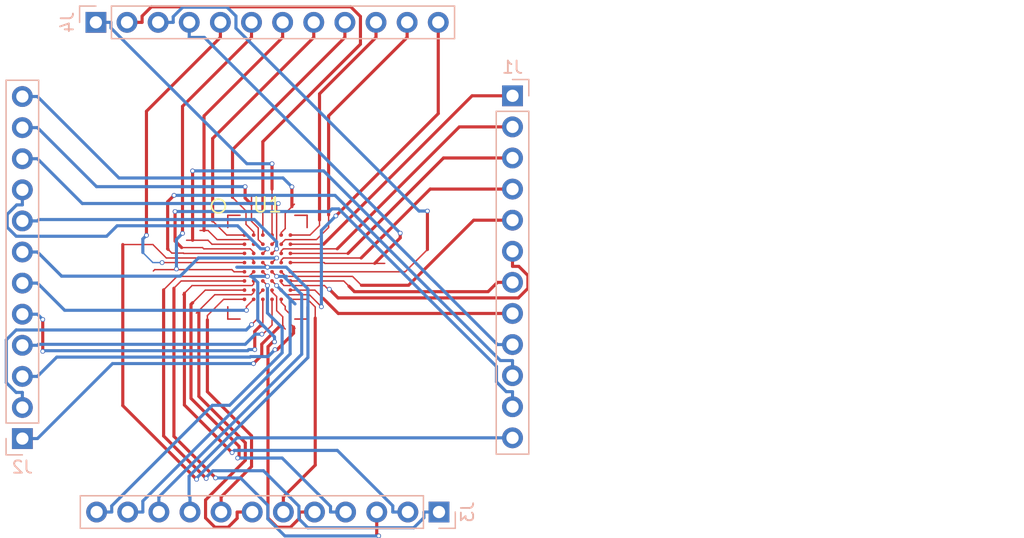
<source format=kicad_pcb>
(kicad_pcb (version 4) (host pcbnew 4.0.7)

  (general
    (links 48)
    (no_connects 0)
    (area 75.198381 54.701 124.80162 145.399)
    (thickness 1.6)
    (drawings 0)
    (tracks 468)
    (zones 0)
    (modules 5)
    (nets 49)
  )

  (page USLetter)
  (title_block
    (title "PSRAM Test")
    (rev 0)
    (comment 1 "BGA Solderability Test")
    (comment 2 "Also a breakout board")
  )

  (layers
    (0 F.Cu mixed)
    (31 B.Cu mixed)
    (32 B.Adhes user)
    (33 F.Adhes user)
    (34 B.Paste user)
    (35 F.Paste user)
    (36 B.SilkS user)
    (37 F.SilkS user)
    (38 B.Mask user)
    (39 F.Mask user)
    (40 Dwgs.User user)
    (41 Cmts.User user)
    (42 Eco1.User user)
    (43 Eco2.User user)
    (44 Edge.Cuts user)
    (45 Margin user)
    (46 B.CrtYd user)
    (47 F.CrtYd user)
    (48 B.Fab user hide)
    (49 F.Fab user hide)
  )

  (setup
    (last_trace_width 0.254)
    (trace_clearance 0.254)
    (zone_clearance 0.508)
    (zone_45_only yes)
    (trace_min 0.1)
    (segment_width 0.2)
    (edge_width 0.15)
    (via_size 0.381)
    (via_drill 0.254)
    (via_min_size 0.381)
    (via_min_drill 0.254)
    (uvia_size 0.3)
    (uvia_drill 0.1)
    (uvias_allowed no)
    (uvia_min_size 0.2)
    (uvia_min_drill 0.1)
    (pcb_text_width 0.3)
    (pcb_text_size 1.5 1.5)
    (mod_edge_width 0.15)
    (mod_text_size 1 1)
    (mod_text_width 0.15)
    (pad_size 1.524 1.524)
    (pad_drill 0.762)
    (pad_to_mask_clearance 0)
    (aux_axis_origin 0 0)
    (visible_elements FFFFFF7F)
    (pcbplotparams
      (layerselection 0x00030_80000001)
      (usegerberextensions false)
      (excludeedgelayer true)
      (linewidth 0.100000)
      (plotframeref false)
      (viasonmask false)
      (mode 1)
      (useauxorigin false)
      (hpglpennumber 1)
      (hpglpenspeed 20)
      (hpglpendiameter 15)
      (hpglpenoverlay 2)
      (psnegative false)
      (psa4output false)
      (plotreference true)
      (plotvalue true)
      (plotinvisibletext false)
      (padsonsilk false)
      (subtractmaskfromsilk false)
      (outputformat 1)
      (mirror false)
      (drillshape 1)
      (scaleselection 1)
      (outputdirectory ""))
  )

  (net 0 "")
  (net 1 /LB#)
  (net 2 /DQ8)
  (net 3 /DQ9)
  (net 4 /VSSQ)
  (net 5 /VDDQ)
  (net 6 /DQ14)
  (net 7 /DQ15)
  (net 8 /A18)
  (net 9 /OE#)
  (net 10 /UB#)
  (net 11 /DQ10)
  (net 12 /DQ11)
  (net 13 /DQ12)
  (net 14 /DQ13)
  (net 15 /A19)
  (net 16 /A8)
  (net 17 /A0)
  (net 18 /A3)
  (net 19 /A5)
  (net 20 /A17)
  (net 21 /A21)
  (net 22 /A14)
  (net 23 /A12)
  (net 24 /A9)
  (net 25 /A1)
  (net 26 /A4)
  (net 27 /A6)
  (net 28 /A7)
  (net 29 /A16)
  (net 30 /A15)
  (net 31 /A13)
  (net 32 /A10)
  (net 33 /A2)
  (net 34 /CE#)
  (net 35 /DQ1)
  (net 36 /DQ3)
  (net 37 /DQ4)
  (net 38 /DQ5)
  (net 39 /WE#)
  (net 40 /A11)
  (net 41 /ZZ#)
  (net 42 /DQ0)
  (net 43 /DQ2)
  (net 44 /VDD)
  (net 45 /VSS)
  (net 46 /DQ6)
  (net 47 /DQ7)
  (net 48 /A20)

  (net_class Default "This is the default net class."
    (clearance 0.254)
    (trace_width 0.254)
    (via_dia 0.381)
    (via_drill 0.254)
    (uvia_dia 0.3)
    (uvia_drill 0.1)
    (add_net /A0)
    (add_net /A1)
    (add_net /A10)
    (add_net /A11)
    (add_net /A12)
    (add_net /A13)
    (add_net /A14)
    (add_net /A15)
    (add_net /A16)
    (add_net /A17)
    (add_net /A18)
    (add_net /A19)
    (add_net /A2)
    (add_net /A20)
    (add_net /A21)
    (add_net /A3)
    (add_net /A4)
    (add_net /A5)
    (add_net /A6)
    (add_net /A7)
    (add_net /A8)
    (add_net /A9)
    (add_net /CE#)
    (add_net /DQ0)
    (add_net /DQ1)
    (add_net /DQ10)
    (add_net /DQ11)
    (add_net /DQ12)
    (add_net /DQ13)
    (add_net /DQ14)
    (add_net /DQ15)
    (add_net /DQ2)
    (add_net /DQ3)
    (add_net /DQ4)
    (add_net /DQ5)
    (add_net /DQ6)
    (add_net /DQ7)
    (add_net /DQ8)
    (add_net /DQ9)
    (add_net /LB#)
    (add_net /OE#)
    (add_net /UB#)
    (add_net /VDD)
    (add_net /VDDQ)
    (add_net /VSS)
    (add_net /VSSQ)
    (add_net /WE#)
    (add_net /ZZ#)
  )

  (net_class 4.5/4.5 ""
    (clearance 0.1143)
    (trace_width 0.1143)
    (via_dia 0.381)
    (via_drill 0.254)
    (uvia_dia 0.3)
    (uvia_drill 0.1)
  )

  (net_class 5/5 ""
    (clearance 0.127)
    (trace_width 0.127)
    (via_dia 0.381)
    (via_drill 0.254)
    (uvia_dia 0.3)
    (uvia_drill 0.1)
  )

  (net_class 6/6 ""
    (clearance 0.1524)
    (trace_width 0.1524)
    (via_dia 0.381)
    (via_drill 0.254)
    (uvia_dia 0.3)
    (uvia_drill 0.1)
  )

  (module Customs:TFBGA-48 (layer F.Cu) (tedit 5A1C4695) (tstamp 5A1EDEDA)
    (at 100 100)
    (path /5A1C49CA)
    (fp_text reference U1 (at 0 -5.08) (layer F.SilkS)
      (effects (font (size 1.2 1.2) (thickness 0.15)))
    )
    (fp_text value IS66WVE4M16EBLL-70BLI (at 0 5.08) (layer F.Fab)
      (effects (font (size 1.2 1.2) (thickness 0.15)))
    )
    (fp_text user "Ensure copper registration marks are visible" (at 44.55 -2.15) (layer Cmts.User)
      (effects (font (size 1 1) (thickness 0.15)))
    )
    (fp_circle (center -4 -5) (end -4.4 -5.4) (layer F.SilkS) (width 0.15))
    (fp_line (start -3.2375 -4.2375) (end -3.2375 -3.2375) (layer F.Cu) (width 0.125))
    (fp_line (start -3.2375 -4.2375) (end -2.2375 -4.2375) (layer F.Cu) (width 0.125))
    (fp_line (start -3 -4) (end 3 -4) (layer F.CrtYd) (width 0.05))
    (fp_line (start 3 -4) (end 3 4) (layer F.CrtYd) (width 0.05))
    (fp_line (start 3 4) (end -3 4) (layer F.CrtYd) (width 0.05))
    (fp_line (start -3 4) (end -3 -4) (layer F.CrtYd) (width 0.05))
    (fp_line (start 2.2375 -4.2375) (end 3.2375 -4.2375) (layer F.Cu) (width 0.125))
    (fp_line (start 3.2375 -4.2375) (end 3.2375 -3.2375) (layer F.Cu) (width 0.125))
    (fp_line (start 2.2375 4.2375) (end 3.2375 4.2375) (layer F.Cu) (width 0.125))
    (fp_line (start -3.2375 3.2375) (end -3.2375 4.2375) (layer F.Cu) (width 0.125))
    (fp_line (start 3.2375 3.2375) (end 3.2375 4.2375) (layer F.Cu) (width 0.125))
    (fp_line (start -2.2375 4.2375) (end -3.2375 4.2375) (layer F.Cu) (width 0.125))
    (pad A1 smd circle (at -1.875 -2.625) (size 0.3 0.3) (layers F.Cu F.Paste F.Mask)
      (net 1 /LB#))
    (pad B1 smd circle (at -1.875 -1.875) (size 0.3 0.3) (layers F.Cu F.Paste F.Mask)
      (net 2 /DQ8))
    (pad C1 smd circle (at -1.875 -1.125) (size 0.3 0.3) (layers F.Cu F.Paste F.Mask)
      (net 3 /DQ9))
    (pad D1 smd circle (at -1.875 -0.375) (size 0.3 0.3) (layers F.Cu F.Paste F.Mask)
      (net 4 /VSSQ))
    (pad E1 smd circle (at -1.875 0.375) (size 0.3 0.3) (layers F.Cu F.Paste F.Mask)
      (net 5 /VDDQ))
    (pad F1 smd circle (at -1.875 1.125) (size 0.3 0.3) (layers F.Cu F.Paste F.Mask)
      (net 6 /DQ14))
    (pad G1 smd circle (at -1.875 1.875) (size 0.3 0.3) (layers F.Cu F.Paste F.Mask)
      (net 7 /DQ15))
    (pad H1 smd circle (at -1.875 2.625) (size 0.3 0.3) (layers F.Cu F.Paste F.Mask)
      (net 8 /A18))
    (pad A2 smd circle (at -1.125 -2.625) (size 0.3 0.3) (layers F.Cu F.Paste F.Mask)
      (net 9 /OE#))
    (pad B2 smd circle (at -1.125 -1.875) (size 0.3 0.3) (layers F.Cu F.Paste F.Mask)
      (net 10 /UB#))
    (pad C2 smd circle (at -1.125 -1.125) (size 0.3 0.3) (layers F.Cu F.Paste F.Mask)
      (net 11 /DQ10))
    (pad D2 smd circle (at -1.125 -0.375) (size 0.3 0.3) (layers F.Cu F.Paste F.Mask)
      (net 12 /DQ11))
    (pad E2 smd circle (at -1.125 0.375) (size 0.3 0.3) (layers F.Cu F.Paste F.Mask)
      (net 13 /DQ12))
    (pad F2 smd circle (at -1.125 1.125) (size 0.3 0.3) (layers F.Cu F.Paste F.Mask)
      (net 14 /DQ13))
    (pad G2 smd circle (at -1.125 1.875) (size 0.3 0.3) (layers F.Cu F.Paste F.Mask)
      (net 15 /A19))
    (pad H2 smd circle (at -1.125 2.625) (size 0.3 0.3) (layers F.Cu F.Paste F.Mask)
      (net 16 /A8))
    (pad A3 smd circle (at -0.375 -2.625) (size 0.3 0.3) (layers F.Cu F.Paste F.Mask)
      (net 17 /A0))
    (pad B3 smd circle (at -0.375 -1.875) (size 0.3 0.3) (layers F.Cu F.Paste F.Mask)
      (net 18 /A3))
    (pad C3 smd circle (at -0.375 -1.125) (size 0.3 0.3) (layers F.Cu F.Paste F.Mask)
      (net 19 /A5))
    (pad D3 smd circle (at -0.375 -0.375) (size 0.3 0.3) (layers F.Cu F.Paste F.Mask)
      (net 20 /A17))
    (pad E3 smd circle (at -0.375 0.375) (size 0.3 0.3) (layers F.Cu F.Paste F.Mask)
      (net 21 /A21))
    (pad F3 smd circle (at -0.375 1.125) (size 0.3 0.3) (layers F.Cu F.Paste F.Mask)
      (net 22 /A14))
    (pad G3 smd circle (at -0.375 1.875) (size 0.3 0.3) (layers F.Cu F.Paste F.Mask)
      (net 23 /A12))
    (pad H3 smd circle (at -0.375 2.625) (size 0.3 0.3) (layers F.Cu F.Paste F.Mask)
      (net 24 /A9))
    (pad A4 smd circle (at 0.375 -2.625) (size 0.3 0.3) (layers F.Cu F.Paste F.Mask)
      (net 25 /A1))
    (pad B4 smd circle (at 0.375 -1.875) (size 0.3 0.3) (layers F.Cu F.Paste F.Mask)
      (net 26 /A4))
    (pad C4 smd circle (at 0.375 -1.125) (size 0.3 0.3) (layers F.Cu F.Paste F.Mask)
      (net 27 /A6))
    (pad D4 smd circle (at 0.375 -0.375) (size 0.3 0.3) (layers F.Cu F.Paste F.Mask)
      (net 28 /A7))
    (pad E4 smd circle (at 0.375 0.375) (size 0.3 0.3) (layers F.Cu F.Paste F.Mask)
      (net 29 /A16))
    (pad F4 smd circle (at 0.375 1.125) (size 0.3 0.3) (layers F.Cu F.Paste F.Mask)
      (net 30 /A15))
    (pad G4 smd circle (at 0.375 1.875) (size 0.3 0.3) (layers F.Cu F.Paste F.Mask)
      (net 31 /A13))
    (pad H4 smd circle (at 0.375 2.625) (size 0.3 0.3) (layers F.Cu F.Paste F.Mask)
      (net 32 /A10))
    (pad A5 smd circle (at 1.125 -2.625) (size 0.3 0.3) (layers F.Cu F.Paste F.Mask)
      (net 33 /A2))
    (pad B5 smd circle (at 1.125 -1.875) (size 0.3 0.3) (layers F.Cu F.Paste F.Mask)
      (net 34 /CE#))
    (pad C5 smd circle (at 1.125 -1.125) (size 0.3 0.3) (layers F.Cu F.Paste F.Mask)
      (net 35 /DQ1))
    (pad D5 smd circle (at 1.125 -0.375) (size 0.3 0.3) (layers F.Cu F.Paste F.Mask)
      (net 36 /DQ3))
    (pad E5 smd circle (at 1.125 0.375) (size 0.3 0.3) (layers F.Cu F.Paste F.Mask)
      (net 37 /DQ4))
    (pad F5 smd circle (at 1.125 1.125) (size 0.3 0.3) (layers F.Cu F.Paste F.Mask)
      (net 38 /DQ5))
    (pad G5 smd circle (at 1.125 1.875) (size 0.3 0.3) (layers F.Cu F.Paste F.Mask)
      (net 39 /WE#))
    (pad H5 smd circle (at 1.125 2.625) (size 0.3 0.3) (layers F.Cu F.Paste F.Mask)
      (net 40 /A11))
    (pad A6 smd circle (at 1.875 -2.625) (size 0.3 0.3) (layers F.Cu F.Paste F.Mask)
      (net 41 /ZZ#))
    (pad B6 smd circle (at 1.875 -1.875) (size 0.3 0.3) (layers F.Cu F.Paste F.Mask)
      (net 42 /DQ0))
    (pad C6 smd circle (at 1.875 -1.125) (size 0.3 0.3) (layers F.Cu F.Paste F.Mask)
      (net 43 /DQ2))
    (pad D6 smd circle (at 1.875 -0.375) (size 0.3 0.3) (layers F.Cu F.Paste F.Mask)
      (net 44 /VDD))
    (pad E6 smd circle (at 1.875 0.375) (size 0.3 0.3) (layers F.Cu F.Paste F.Mask)
      (net 45 /VSS))
    (pad F6 smd circle (at 1.875 1.125) (size 0.3 0.3) (layers F.Cu F.Paste F.Mask)
      (net 46 /DQ6))
    (pad G6 smd circle (at 1.875 1.875) (size 0.3 0.3) (layers F.Cu F.Paste F.Mask)
      (net 47 /DQ7))
    (pad H6 smd circle (at 1.875 2.625) (size 0.3 0.3) (layers F.Cu F.Paste F.Mask)
      (net 48 /A20))
  )

  (module Pin_Headers:Pin_Header_Straight_1x12_Pitch2.54mm (layer B.Cu) (tedit 59650532) (tstamp 5A1EF2DD)
    (at 120 86 180)
    (descr "Through hole straight pin header, 1x12, 2.54mm pitch, single row")
    (tags "Through hole pin header THT 1x12 2.54mm single row")
    (path /5A1EF19B)
    (fp_text reference J1 (at 0 2.33 180) (layer B.SilkS)
      (effects (font (size 1 1) (thickness 0.15)) (justify mirror))
    )
    (fp_text value Conn_01x12 (at 0 -30.27 180) (layer B.Fab)
      (effects (font (size 1 1) (thickness 0.15)) (justify mirror))
    )
    (fp_line (start -0.635 1.27) (end 1.27 1.27) (layer B.Fab) (width 0.1))
    (fp_line (start 1.27 1.27) (end 1.27 -29.21) (layer B.Fab) (width 0.1))
    (fp_line (start 1.27 -29.21) (end -1.27 -29.21) (layer B.Fab) (width 0.1))
    (fp_line (start -1.27 -29.21) (end -1.27 0.635) (layer B.Fab) (width 0.1))
    (fp_line (start -1.27 0.635) (end -0.635 1.27) (layer B.Fab) (width 0.1))
    (fp_line (start -1.33 -29.27) (end 1.33 -29.27) (layer B.SilkS) (width 0.12))
    (fp_line (start -1.33 -1.27) (end -1.33 -29.27) (layer B.SilkS) (width 0.12))
    (fp_line (start 1.33 -1.27) (end 1.33 -29.27) (layer B.SilkS) (width 0.12))
    (fp_line (start -1.33 -1.27) (end 1.33 -1.27) (layer B.SilkS) (width 0.12))
    (fp_line (start -1.33 0) (end -1.33 1.33) (layer B.SilkS) (width 0.12))
    (fp_line (start -1.33 1.33) (end 0 1.33) (layer B.SilkS) (width 0.12))
    (fp_line (start -1.8 1.8) (end -1.8 -29.75) (layer B.CrtYd) (width 0.05))
    (fp_line (start -1.8 -29.75) (end 1.8 -29.75) (layer B.CrtYd) (width 0.05))
    (fp_line (start 1.8 -29.75) (end 1.8 1.8) (layer B.CrtYd) (width 0.05))
    (fp_line (start 1.8 1.8) (end -1.8 1.8) (layer B.CrtYd) (width 0.05))
    (fp_text user %R (at 0 -13.97 450) (layer B.Fab)
      (effects (font (size 1 1) (thickness 0.15)) (justify mirror))
    )
    (pad 1 thru_hole rect (at 0 0 180) (size 1.7 1.7) (drill 1) (layers *.Cu *.Mask)
      (net 42 /DQ0))
    (pad 2 thru_hole oval (at 0 -2.54 180) (size 1.7 1.7) (drill 1) (layers *.Cu *.Mask)
      (net 35 /DQ1))
    (pad 3 thru_hole oval (at 0 -5.08 180) (size 1.7 1.7) (drill 1) (layers *.Cu *.Mask)
      (net 43 /DQ2))
    (pad 4 thru_hole oval (at 0 -7.62 180) (size 1.7 1.7) (drill 1) (layers *.Cu *.Mask)
      (net 36 /DQ3))
    (pad 5 thru_hole oval (at 0 -10.16 180) (size 1.7 1.7) (drill 1) (layers *.Cu *.Mask)
      (net 37 /DQ4))
    (pad 6 thru_hole oval (at 0 -12.7 180) (size 1.7 1.7) (drill 1) (layers *.Cu *.Mask)
      (net 38 /DQ5))
    (pad 7 thru_hole oval (at 0 -15.24 180) (size 1.7 1.7) (drill 1) (layers *.Cu *.Mask)
      (net 46 /DQ6))
    (pad 8 thru_hole oval (at 0 -17.78 180) (size 1.7 1.7) (drill 1) (layers *.Cu *.Mask)
      (net 47 /DQ7))
    (pad 9 thru_hole oval (at 0 -20.32 180) (size 1.7 1.7) (drill 1) (layers *.Cu *.Mask)
      (net 2 /DQ8))
    (pad 10 thru_hole oval (at 0 -22.86 180) (size 1.7 1.7) (drill 1) (layers *.Cu *.Mask)
      (net 3 /DQ9))
    (pad 11 thru_hole oval (at 0 -25.4 180) (size 1.7 1.7) (drill 1) (layers *.Cu *.Mask)
      (net 11 /DQ10))
    (pad 12 thru_hole oval (at 0 -27.94 180) (size 1.7 1.7) (drill 1) (layers *.Cu *.Mask)
      (net 12 /DQ11))
    (model ${KISYS3DMOD}/Pin_Headers.3dshapes/Pin_Header_Straight_1x12_Pitch2.54mm.wrl
      (at (xyz 0 0 0))
      (scale (xyz 1 1 1))
      (rotate (xyz 0 0 0))
    )
  )

  (module Pin_Headers:Pin_Header_Straight_1x12_Pitch2.54mm (layer B.Cu) (tedit 59650532) (tstamp 5A1EF2FD)
    (at 80 114)
    (descr "Through hole straight pin header, 1x12, 2.54mm pitch, single row")
    (tags "Through hole pin header THT 1x12 2.54mm single row")
    (path /5A1EF20F)
    (fp_text reference J2 (at 0 2.33) (layer B.SilkS)
      (effects (font (size 1 1) (thickness 0.15)) (justify mirror))
    )
    (fp_text value Conn_01x12 (at 0 -30.27) (layer B.Fab)
      (effects (font (size 1 1) (thickness 0.15)) (justify mirror))
    )
    (fp_line (start -0.635 1.27) (end 1.27 1.27) (layer B.Fab) (width 0.1))
    (fp_line (start 1.27 1.27) (end 1.27 -29.21) (layer B.Fab) (width 0.1))
    (fp_line (start 1.27 -29.21) (end -1.27 -29.21) (layer B.Fab) (width 0.1))
    (fp_line (start -1.27 -29.21) (end -1.27 0.635) (layer B.Fab) (width 0.1))
    (fp_line (start -1.27 0.635) (end -0.635 1.27) (layer B.Fab) (width 0.1))
    (fp_line (start -1.33 -29.27) (end 1.33 -29.27) (layer B.SilkS) (width 0.12))
    (fp_line (start -1.33 -1.27) (end -1.33 -29.27) (layer B.SilkS) (width 0.12))
    (fp_line (start 1.33 -1.27) (end 1.33 -29.27) (layer B.SilkS) (width 0.12))
    (fp_line (start -1.33 -1.27) (end 1.33 -1.27) (layer B.SilkS) (width 0.12))
    (fp_line (start -1.33 0) (end -1.33 1.33) (layer B.SilkS) (width 0.12))
    (fp_line (start -1.33 1.33) (end 0 1.33) (layer B.SilkS) (width 0.12))
    (fp_line (start -1.8 1.8) (end -1.8 -29.75) (layer B.CrtYd) (width 0.05))
    (fp_line (start -1.8 -29.75) (end 1.8 -29.75) (layer B.CrtYd) (width 0.05))
    (fp_line (start 1.8 -29.75) (end 1.8 1.8) (layer B.CrtYd) (width 0.05))
    (fp_line (start 1.8 1.8) (end -1.8 1.8) (layer B.CrtYd) (width 0.05))
    (fp_text user %R (at 0 -13.97 270) (layer B.Fab)
      (effects (font (size 1 1) (thickness 0.15)) (justify mirror))
    )
    (pad 1 thru_hole rect (at 0 0) (size 1.7 1.7) (drill 1) (layers *.Cu *.Mask)
      (net 31 /A13))
    (pad 2 thru_hole oval (at 0 -2.54) (size 1.7 1.7) (drill 1) (layers *.Cu *.Mask)
      (net 23 /A12))
    (pad 3 thru_hole oval (at 0 -5.08) (size 1.7 1.7) (drill 1) (layers *.Cu *.Mask)
      (net 40 /A11))
    (pad 4 thru_hole oval (at 0 -7.62) (size 1.7 1.7) (drill 1) (layers *.Cu *.Mask)
      (net 32 /A10))
    (pad 5 thru_hole oval (at 0 -10.16) (size 1.7 1.7) (drill 1) (layers *.Cu *.Mask)
      (net 24 /A9))
    (pad 6 thru_hole oval (at 0 -12.7) (size 1.7 1.7) (drill 1) (layers *.Cu *.Mask)
      (net 16 /A8))
    (pad 7 thru_hole oval (at 0 -15.24) (size 1.7 1.7) (drill 1) (layers *.Cu *.Mask)
      (net 28 /A7))
    (pad 8 thru_hole oval (at 0 -17.78) (size 1.7 1.7) (drill 1) (layers *.Cu *.Mask)
      (net 27 /A6))
    (pad 9 thru_hole oval (at 0 -20.32) (size 1.7 1.7) (drill 1) (layers *.Cu *.Mask)
      (net 19 /A5))
    (pad 10 thru_hole oval (at 0 -22.86) (size 1.7 1.7) (drill 1) (layers *.Cu *.Mask)
      (net 26 /A4))
    (pad 11 thru_hole oval (at 0 -25.4) (size 1.7 1.7) (drill 1) (layers *.Cu *.Mask)
      (net 18 /A3))
    (pad 12 thru_hole oval (at 0 -27.94) (size 1.7 1.7) (drill 1) (layers *.Cu *.Mask)
      (net 33 /A2))
    (model ${KISYS3DMOD}/Pin_Headers.3dshapes/Pin_Header_Straight_1x12_Pitch2.54mm.wrl
      (at (xyz 0 0 0))
      (scale (xyz 1 1 1))
      (rotate (xyz 0 0 0))
    )
  )

  (module Pin_Headers:Pin_Header_Straight_1x12_Pitch2.54mm (layer B.Cu) (tedit 59650532) (tstamp 5A1EF31D)
    (at 114 120 90)
    (descr "Through hole straight pin header, 1x12, 2.54mm pitch, single row")
    (tags "Through hole pin header THT 1x12 2.54mm single row")
    (path /5A1EF280)
    (fp_text reference J3 (at 0 2.33 90) (layer B.SilkS)
      (effects (font (size 1 1) (thickness 0.15)) (justify mirror))
    )
    (fp_text value Conn_01x12 (at 0 -30.27 90) (layer B.Fab)
      (effects (font (size 1 1) (thickness 0.15)) (justify mirror))
    )
    (fp_line (start -0.635 1.27) (end 1.27 1.27) (layer B.Fab) (width 0.1))
    (fp_line (start 1.27 1.27) (end 1.27 -29.21) (layer B.Fab) (width 0.1))
    (fp_line (start 1.27 -29.21) (end -1.27 -29.21) (layer B.Fab) (width 0.1))
    (fp_line (start -1.27 -29.21) (end -1.27 0.635) (layer B.Fab) (width 0.1))
    (fp_line (start -1.27 0.635) (end -0.635 1.27) (layer B.Fab) (width 0.1))
    (fp_line (start -1.33 -29.27) (end 1.33 -29.27) (layer B.SilkS) (width 0.12))
    (fp_line (start -1.33 -1.27) (end -1.33 -29.27) (layer B.SilkS) (width 0.12))
    (fp_line (start 1.33 -1.27) (end 1.33 -29.27) (layer B.SilkS) (width 0.12))
    (fp_line (start -1.33 -1.27) (end 1.33 -1.27) (layer B.SilkS) (width 0.12))
    (fp_line (start -1.33 0) (end -1.33 1.33) (layer B.SilkS) (width 0.12))
    (fp_line (start -1.33 1.33) (end 0 1.33) (layer B.SilkS) (width 0.12))
    (fp_line (start -1.8 1.8) (end -1.8 -29.75) (layer B.CrtYd) (width 0.05))
    (fp_line (start -1.8 -29.75) (end 1.8 -29.75) (layer B.CrtYd) (width 0.05))
    (fp_line (start 1.8 -29.75) (end 1.8 1.8) (layer B.CrtYd) (width 0.05))
    (fp_line (start 1.8 1.8) (end -1.8 1.8) (layer B.CrtYd) (width 0.05))
    (fp_text user %R (at 0 -7.65 360) (layer B.Fab)
      (effects (font (size 1 1) (thickness 0.15)) (justify mirror))
    )
    (pad 1 thru_hole rect (at 0 0 90) (size 1.7 1.7) (drill 1) (layers *.Cu *.Mask)
      (net 13 /DQ12))
    (pad 2 thru_hole oval (at 0 -2.54 90) (size 1.7 1.7) (drill 1) (layers *.Cu *.Mask)
      (net 14 /DQ13))
    (pad 3 thru_hole oval (at 0 -5.08 90) (size 1.7 1.7) (drill 1) (layers *.Cu *.Mask)
      (net 6 /DQ14))
    (pad 4 thru_hole oval (at 0 -7.62 90) (size 1.7 1.7) (drill 1) (layers *.Cu *.Mask)
      (net 7 /DQ15))
    (pad 5 thru_hole oval (at 0 -10.16 90) (size 1.7 1.7) (drill 1) (layers *.Cu *.Mask)
      (net 21 /A21))
    (pad 6 thru_hole oval (at 0 -12.7 90) (size 1.7 1.7) (drill 1) (layers *.Cu *.Mask)
      (net 48 /A20))
    (pad 7 thru_hole oval (at 0 -15.24 90) (size 1.7 1.7) (drill 1) (layers *.Cu *.Mask)
      (net 15 /A19))
    (pad 8 thru_hole oval (at 0 -17.78 90) (size 1.7 1.7) (drill 1) (layers *.Cu *.Mask)
      (net 8 /A18))
    (pad 9 thru_hole oval (at 0 -20.32 90) (size 1.7 1.7) (drill 1) (layers *.Cu *.Mask)
      (net 20 /A17))
    (pad 10 thru_hole oval (at 0 -22.86 90) (size 1.7 1.7) (drill 1) (layers *.Cu *.Mask)
      (net 29 /A16))
    (pad 11 thru_hole oval (at 0 -25.4 90) (size 1.7 1.7) (drill 1) (layers *.Cu *.Mask)
      (net 30 /A15))
    (pad 12 thru_hole oval (at 0 -27.94 90) (size 1.7 1.7) (drill 1) (layers *.Cu *.Mask)
      (net 22 /A14))
    (model ${KISYS3DMOD}/Pin_Headers.3dshapes/Pin_Header_Straight_1x12_Pitch2.54mm.wrl
      (at (xyz 0 0 0))
      (scale (xyz 1 1 1))
      (rotate (xyz 0 0 0))
    )
  )

  (module Pin_Headers:Pin_Header_Straight_1x12_Pitch2.54mm (layer B.Cu) (tedit 59650532) (tstamp 5A1EF33D)
    (at 86 80 270)
    (descr "Through hole straight pin header, 1x12, 2.54mm pitch, single row")
    (tags "Through hole pin header THT 1x12 2.54mm single row")
    (path /5A1EF2AE)
    (fp_text reference J4 (at 0 2.33 270) (layer B.SilkS)
      (effects (font (size 1 1) (thickness 0.15)) (justify mirror))
    )
    (fp_text value Conn_01x12 (at 0 -30.27 270) (layer B.Fab)
      (effects (font (size 1 1) (thickness 0.15)) (justify mirror))
    )
    (fp_line (start -0.635 1.27) (end 1.27 1.27) (layer B.Fab) (width 0.1))
    (fp_line (start 1.27 1.27) (end 1.27 -29.21) (layer B.Fab) (width 0.1))
    (fp_line (start 1.27 -29.21) (end -1.27 -29.21) (layer B.Fab) (width 0.1))
    (fp_line (start -1.27 -29.21) (end -1.27 0.635) (layer B.Fab) (width 0.1))
    (fp_line (start -1.27 0.635) (end -0.635 1.27) (layer B.Fab) (width 0.1))
    (fp_line (start -1.33 -29.27) (end 1.33 -29.27) (layer B.SilkS) (width 0.12))
    (fp_line (start -1.33 -1.27) (end -1.33 -29.27) (layer B.SilkS) (width 0.12))
    (fp_line (start 1.33 -1.27) (end 1.33 -29.27) (layer B.SilkS) (width 0.12))
    (fp_line (start -1.33 -1.27) (end 1.33 -1.27) (layer B.SilkS) (width 0.12))
    (fp_line (start -1.33 0) (end -1.33 1.33) (layer B.SilkS) (width 0.12))
    (fp_line (start -1.33 1.33) (end 0 1.33) (layer B.SilkS) (width 0.12))
    (fp_line (start -1.8 1.8) (end -1.8 -29.75) (layer B.CrtYd) (width 0.05))
    (fp_line (start -1.8 -29.75) (end 1.8 -29.75) (layer B.CrtYd) (width 0.05))
    (fp_line (start 1.8 -29.75) (end 1.8 1.8) (layer B.CrtYd) (width 0.05))
    (fp_line (start 1.8 1.8) (end -1.8 1.8) (layer B.CrtYd) (width 0.05))
    (fp_text user %R (at 0 -13.97 540) (layer B.Fab)
      (effects (font (size 1 1) (thickness 0.15)) (justify mirror))
    )
    (pad 1 thru_hole rect (at 0 0 270) (size 1.7 1.7) (drill 1) (layers *.Cu *.Mask)
      (net 25 /A1))
    (pad 2 thru_hole oval (at 0 -2.54 270) (size 1.7 1.7) (drill 1) (layers *.Cu *.Mask)
      (net 17 /A0))
    (pad 3 thru_hole oval (at 0 -5.08 270) (size 1.7 1.7) (drill 1) (layers *.Cu *.Mask)
      (net 45 /VSS))
    (pad 4 thru_hole oval (at 0 -7.62 270) (size 1.7 1.7) (drill 1) (layers *.Cu *.Mask)
      (net 44 /VDD))
    (pad 5 thru_hole oval (at 0 -10.16 270) (size 1.7 1.7) (drill 1) (layers *.Cu *.Mask)
      (net 4 /VSSQ))
    (pad 6 thru_hole oval (at 0 -12.7 270) (size 1.7 1.7) (drill 1) (layers *.Cu *.Mask)
      (net 5 /VDDQ))
    (pad 7 thru_hole oval (at 0 -15.24 270) (size 1.7 1.7) (drill 1) (layers *.Cu *.Mask)
      (net 10 /UB#))
    (pad 8 thru_hole oval (at 0 -17.78 270) (size 1.7 1.7) (drill 1) (layers *.Cu *.Mask)
      (net 1 /LB#))
    (pad 9 thru_hole oval (at 0 -20.32 270) (size 1.7 1.7) (drill 1) (layers *.Cu *.Mask)
      (net 9 /OE#))
    (pad 10 thru_hole oval (at 0 -22.86 270) (size 1.7 1.7) (drill 1) (layers *.Cu *.Mask)
      (net 41 /ZZ#))
    (pad 11 thru_hole oval (at 0 -25.4 270) (size 1.7 1.7) (drill 1) (layers *.Cu *.Mask)
      (net 34 /CE#))
    (pad 12 thru_hole oval (at 0 -27.94 270) (size 1.7 1.7) (drill 1) (layers *.Cu *.Mask)
      (net 39 /WE#))
    (model ${KISYS3DMOD}/Pin_Headers.3dshapes/Pin_Header_Straight_1x12_Pitch2.54mm.wrl
      (at (xyz 0 0 0))
      (scale (xyz 1 1 1))
      (rotate (xyz 0 0 0))
    )
  )

  (segment (start 96.675 97.375) (end 95.5294 96.2293) (width 0.1144) (layer F.Cu) (net 1))
  (segment (start 98.125 97.375) (end 96.675 97.375) (width 0.1144) (layer F.Cu) (net 1))
  (segment (start 95.5294 89.4819) (end 95.5294 96.2293) (width 0.254) (layer F.Cu) (net 1))
  (segment (start 103.78 81.2313) (end 95.5294 89.4819) (width 0.254) (layer F.Cu) (net 1))
  (segment (start 103.78 80) (end 103.78 81.2313) (width 0.254) (layer F.Cu) (net 1))
  (via (at 93.8922 92.1339) (size 0.381) (layers F.Cu B.Cu) (net 2))
  (segment (start 95.15 97.8) (end 93.8922 97.8) (width 0.1144) (layer F.Cu) (net 2))
  (segment (start 95.475 98.125) (end 95.15 97.8) (width 0.1144) (layer F.Cu) (net 2))
  (segment (start 98.125 98.125) (end 95.475 98.125) (width 0.1144) (layer F.Cu) (net 2))
  (segment (start 93.8922 97.8) (end 93.4 97.8) (width 0.1144) (layer F.Cu) (net 2))
  (segment (start 93.8922 97.8) (end 93.8922 92.1339) (width 0.254) (layer F.Cu) (net 2))
  (segment (start 104.5826 92.1339) (end 93.8922 92.1339) (width 0.254) (layer B.Cu) (net 2))
  (segment (start 118.7687 106.32) (end 104.5826 92.1339) (width 0.254) (layer B.Cu) (net 2))
  (segment (start 120 106.32) (end 118.7687 106.32) (width 0.254) (layer B.Cu) (net 2))
  (via (at 92.3775 94.1323) (size 0.381) (layers F.Cu B.Cu) (net 3))
  (segment (start 120 108.86) (end 120 107.6287) (width 0.254) (layer B.Cu) (net 3))
  (segment (start 92.2 98.85) (end 91.9 98.55) (width 0.1144) (layer F.Cu) (net 3))
  (segment (start 93.15 98.85) (end 92.2 98.85) (width 0.1144) (layer F.Cu) (net 3))
  (segment (start 93.175 98.875) (end 93.15 98.85) (width 0.1144) (layer F.Cu) (net 3))
  (segment (start 98.125 98.875) (end 93.175 98.875) (width 0.1144) (layer F.Cu) (net 3))
  (segment (start 105.5179 94.1323) (end 92.3775 94.1323) (width 0.254) (layer B.Cu) (net 3))
  (segment (start 119.0143 107.6287) (end 105.5179 94.1323) (width 0.254) (layer B.Cu) (net 3))
  (segment (start 120 107.6287) (end 119.0143 107.6287) (width 0.254) (layer B.Cu) (net 3))
  (segment (start 91.8564 98.5064) (end 91.9 98.55) (width 0.254) (layer F.Cu) (net 3))
  (segment (start 91.8564 94.6534) (end 91.8564 98.5064) (width 0.254) (layer F.Cu) (net 3))
  (segment (start 92.3775 94.1323) (end 91.8564 94.6534) (width 0.254) (layer F.Cu) (net 3))
  (via (at 91.4017 99.625) (size 0.381) (layers F.Cu B.Cu) (net 4))
  (via (at 90.1272 97.397) (size 0.381) (layers F.Cu B.Cu) (net 4))
  (segment (start 96.16 80) (end 96.16 81.2313) (width 0.254) (layer F.Cu) (net 4))
  (segment (start 90.1272 87.2641) (end 90.1272 97.397) (width 0.254) (layer F.Cu) (net 4))
  (segment (start 96.16 81.2313) (end 90.1272 87.2641) (width 0.254) (layer F.Cu) (net 4))
  (segment (start 89.831 97.6932) (end 89.831 98.8043) (width 0.254) (layer B.Cu) (net 4))
  (segment (start 90.1272 97.397) (end 89.831 97.6932) (width 0.254) (layer B.Cu) (net 4))
  (segment (start 90.6517 99.625) (end 91.4017 99.625) (width 0.1144) (layer B.Cu) (net 4))
  (segment (start 89.831 98.8043) (end 90.6517 99.625) (width 0.1144) (layer B.Cu) (net 4))
  (segment (start 98.125 99.625) (end 91.4017 99.625) (width 0.1144) (layer F.Cu) (net 4))
  (via (at 92.5747 100.1472) (size 0.381) (layers F.Cu B.Cu) (net 5))
  (via (at 93.0692 97.236) (size 0.381) (layers F.Cu B.Cu) (net 5))
  (segment (start 92.5747 97.7305) (end 93.0692 97.236) (width 0.254) (layer B.Cu) (net 5))
  (segment (start 92.5747 100.1472) (end 92.5747 97.7305) (width 0.254) (layer B.Cu) (net 5))
  (segment (start 97.1 100.2) (end 92.5747 100.2) (width 0.1144) (layer F.Cu) (net 5))
  (segment (start 97.275 100.375) (end 97.1 100.2) (width 0.1144) (layer F.Cu) (net 5))
  (segment (start 98.125 100.375) (end 97.275 100.375) (width 0.1144) (layer F.Cu) (net 5))
  (segment (start 90.8 100.2) (end 90.6895 100.3105) (width 0.1144) (layer F.Cu) (net 5))
  (segment (start 92.5747 100.2) (end 90.8 100.2) (width 0.1144) (layer F.Cu) (net 5))
  (segment (start 92.5747 100.2) (end 92.5747 100.1472) (width 0.254) (layer F.Cu) (net 5))
  (segment (start 93.0692 86.8621) (end 98.7 81.2313) (width 0.254) (layer F.Cu) (net 5))
  (segment (start 93.0692 97.236) (end 93.0692 86.8621) (width 0.254) (layer F.Cu) (net 5))
  (segment (start 98.7 80) (end 98.7 81.2313) (width 0.254) (layer F.Cu) (net 5))
  (via (at 95.7653 117.2139) (size 0.381) (layers F.Cu B.Cu) (net 6))
  (via (at 109.0819 121.9509) (size 0.381) (layers F.Cu B.Cu) (net 6))
  (segment (start 108.92 121.789) (end 108.92 120) (width 0.254) (layer F.Cu) (net 6))
  (segment (start 109.0819 121.9509) (end 108.92 121.789) (width 0.254) (layer F.Cu) (net 6))
  (segment (start 92.9588 101.125) (end 92.3683 101.7155) (width 0.1144) (layer F.Cu) (net 6))
  (segment (start 98.125 101.125) (end 92.9588 101.125) (width 0.1144) (layer F.Cu) (net 6))
  (segment (start 92.3683 113.8169) (end 95.7653 117.2139) (width 0.254) (layer F.Cu) (net 6))
  (segment (start 92.3683 101.7155) (end 92.3683 113.8169) (width 0.254) (layer F.Cu) (net 6))
  (segment (start 101.4202 121.9509) (end 109.0819 121.9509) (width 0.254) (layer B.Cu) (net 6))
  (segment (start 100.03 120.5607) (end 101.4202 121.9509) (width 0.254) (layer B.Cu) (net 6))
  (segment (start 100.03 119.4428) (end 100.03 120.5607) (width 0.254) (layer B.Cu) (net 6))
  (segment (start 97.8011 117.2139) (end 100.03 119.4428) (width 0.254) (layer B.Cu) (net 6))
  (segment (start 95.7653 117.2139) (end 97.8011 117.2139) (width 0.254) (layer B.Cu) (net 6))
  (via (at 97.5703 115.5888) (size 0.381) (layers F.Cu B.Cu) (net 7))
  (segment (start 94.925 101.875) (end 93.9 102.9) (width 0.1144) (layer F.Cu) (net 7))
  (segment (start 98.125 101.875) (end 94.925 101.875) (width 0.1144) (layer F.Cu) (net 7))
  (segment (start 106.38 120) (end 105.1487 120) (width 0.254) (layer B.Cu) (net 7))
  (segment (start 101.1992 115.5888) (end 97.5703 115.5888) (width 0.254) (layer B.Cu) (net 7))
  (segment (start 105.1487 119.5383) (end 101.1992 115.5888) (width 0.254) (layer B.Cu) (net 7))
  (segment (start 105.1487 120) (end 105.1487 119.5383) (width 0.254) (layer B.Cu) (net 7))
  (segment (start 93.7614 103.0386) (end 93.9 102.9) (width 0.254) (layer F.Cu) (net 7))
  (segment (start 93.7614 110.7125) (end 93.7614 103.0386) (width 0.254) (layer F.Cu) (net 7))
  (segment (start 97.6862 114.6373) (end 93.7614 110.7125) (width 0.254) (layer F.Cu) (net 7))
  (segment (start 97.6862 115.4729) (end 97.6862 114.6373) (width 0.254) (layer F.Cu) (net 7))
  (segment (start 97.5703 115.5888) (end 97.6862 115.4729) (width 0.254) (layer F.Cu) (net 7))
  (segment (start 95.1 103.95) (end 95.1 104.3) (width 0.1144) (layer F.Cu) (net 8))
  (segment (start 96.425 102.625) (end 95.1 103.95) (width 0.1144) (layer F.Cu) (net 8))
  (segment (start 98.125 102.625) (end 96.425 102.625) (width 0.1144) (layer F.Cu) (net 8))
  (segment (start 96.22 120) (end 96.22 118.7687) (width 0.254) (layer F.Cu) (net 8))
  (segment (start 95.1 110.1688) (end 95.1 104.3) (width 0.254) (layer F.Cu) (net 8))
  (segment (start 98.7028 113.7716) (end 95.1 110.1688) (width 0.254) (layer F.Cu) (net 8))
  (segment (start 98.7028 116.2859) (end 98.7028 113.7716) (width 0.254) (layer F.Cu) (net 8))
  (segment (start 96.22 118.7687) (end 98.7028 116.2859) (width 0.254) (layer F.Cu) (net 8))
  (segment (start 98.25 95.4) (end 97.15 94.3) (width 0.1144) (layer F.Cu) (net 9))
  (segment (start 98.25 96.5) (end 98.25 95.4) (width 0.1144) (layer F.Cu) (net 9))
  (segment (start 98.875 97.125) (end 98.25 96.5) (width 0.1144) (layer F.Cu) (net 9))
  (segment (start 98.875 97.375) (end 98.875 97.125) (width 0.1144) (layer F.Cu) (net 9))
  (segment (start 97.15 90.4013) (end 106.32 81.2313) (width 0.254) (layer F.Cu) (net 9))
  (segment (start 97.15 94.3) (end 97.15 90.4013) (width 0.254) (layer F.Cu) (net 9))
  (segment (start 106.32 80) (end 106.32 81.2313) (width 0.254) (layer F.Cu) (net 9))
  (segment (start 95.15 97) (end 94.825 97) (width 0.1144) (layer F.Cu) (net 10))
  (segment (start 95.9 97.75) (end 95.15 97) (width 0.1144) (layer F.Cu) (net 10))
  (segment (start 98.65 97.75) (end 95.9 97.75) (width 0.1144) (layer F.Cu) (net 10))
  (segment (start 98.875 97.975) (end 98.65 97.75) (width 0.1144) (layer F.Cu) (net 10))
  (segment (start 98.875 98.125) (end 98.875 97.975) (width 0.1144) (layer F.Cu) (net 10))
  (segment (start 94.825 97) (end 94.5 97) (width 0.1144) (layer F.Cu) (net 10))
  (segment (start 94.825 87.6463) (end 101.24 81.2313) (width 0.254) (layer F.Cu) (net 10))
  (segment (start 94.825 97) (end 94.825 87.6463) (width 0.254) (layer F.Cu) (net 10))
  (segment (start 101.24 80) (end 101.24 81.2313) (width 0.254) (layer F.Cu) (net 10))
  (via (at 92.4611 95.4532) (size 0.381) (layers F.Cu B.Cu) (net 11))
  (segment (start 94.7 98.4) (end 93 98.4) (width 0.1144) (layer F.Cu) (net 11))
  (segment (start 94.8 98.5) (end 94.7 98.4) (width 0.1144) (layer F.Cu) (net 11))
  (segment (start 98.6 98.5) (end 94.8 98.5) (width 0.1144) (layer F.Cu) (net 11))
  (segment (start 98.875 98.775) (end 98.6 98.5) (width 0.1144) (layer F.Cu) (net 11))
  (segment (start 98.875 98.875) (end 98.875 98.775) (width 0.1144) (layer F.Cu) (net 11))
  (segment (start 92.4611 97.8611) (end 92.4611 95.4532) (width 0.254) (layer F.Cu) (net 11))
  (segment (start 93 98.4) (end 92.4611 97.8611) (width 0.254) (layer F.Cu) (net 11))
  (segment (start 119.4898 110.1687) (end 120 110.1687) (width 0.254) (layer B.Cu) (net 11))
  (segment (start 118.6914 109.3703) (end 119.4898 110.1687) (width 0.254) (layer B.Cu) (net 11))
  (segment (start 118.6914 108.1077) (end 118.6914 109.3703) (width 0.254) (layer B.Cu) (net 11))
  (segment (start 105.8246 95.2409) (end 118.6914 108.1077) (width 0.254) (layer B.Cu) (net 11))
  (segment (start 105.2647 95.2409) (end 105.8246 95.2409) (width 0.254) (layer B.Cu) (net 11))
  (segment (start 105.0524 95.4532) (end 105.2647 95.2409) (width 0.254) (layer B.Cu) (net 11))
  (segment (start 92.4611 95.4532) (end 105.0524 95.4532) (width 0.254) (layer B.Cu) (net 11))
  (segment (start 120 111.4) (end 120 110.1687) (width 0.254) (layer B.Cu) (net 11))
  (via (at 94.215 117.3265) (size 0.381) (layers F.Cu B.Cu) (net 12))
  (segment (start 98.65 99.25) (end 91.75 99.25) (width 0.1144) (layer F.Cu) (net 12))
  (segment (start 98.875 99.475) (end 98.65 99.25) (width 0.1144) (layer F.Cu) (net 12))
  (segment (start 98.875 99.625) (end 98.875 99.475) (width 0.1144) (layer F.Cu) (net 12))
  (segment (start 120 113.94) (end 118.7687 113.94) (width 0.254) (layer B.Cu) (net 12))
  (segment (start 88.1951 98.1485) (end 88.1952 98.1485) (width 0.1144) (layer F.Cu) (net 12))
  (segment (start 90.6485 98.1485) (end 91.75 99.25) (width 0.1144) (layer F.Cu) (net 12))
  (segment (start 88.1952 98.1485) (end 90.6485 98.1485) (width 0.1144) (layer F.Cu) (net 12))
  (segment (start 88.1951 111.3066) (end 94.215 117.3265) (width 0.254) (layer F.Cu) (net 12))
  (segment (start 88.1951 98.1485) (end 88.1951 111.3066) (width 0.254) (layer F.Cu) (net 12))
  (segment (start 97.5115 113.94) (end 118.7687 113.94) (width 0.254) (layer B.Cu) (net 12))
  (segment (start 94.215 117.2365) (end 97.5115 113.94) (width 0.254) (layer B.Cu) (net 12))
  (segment (start 94.215 117.3265) (end 94.215 117.2365) (width 0.254) (layer B.Cu) (net 12))
  (via (at 95.0005 117.2599) (size 0.381) (layers F.Cu B.Cu) (net 13))
  (segment (start 114 120) (end 112.7687 120) (width 0.254) (layer B.Cu) (net 13))
  (segment (start 92.6276 100.75) (end 91.5279 101.8497) (width 0.1144) (layer F.Cu) (net 13))
  (segment (start 98.5 100.75) (end 92.6276 100.75) (width 0.1144) (layer F.Cu) (net 13))
  (segment (start 98.875 100.375) (end 98.5 100.75) (width 0.1144) (layer F.Cu) (net 13))
  (segment (start 91.5279 113.7873) (end 95.0005 117.2599) (width 0.254) (layer F.Cu) (net 13))
  (segment (start 91.5279 101.8497) (end 91.5279 113.7873) (width 0.254) (layer F.Cu) (net 13))
  (segment (start 112.7687 120.4617) (end 112.7687 120) (width 0.254) (layer B.Cu) (net 13))
  (segment (start 111.9457 121.2847) (end 112.7687 120.4617) (width 0.254) (layer B.Cu) (net 13))
  (segment (start 103.294 121.2847) (end 111.9457 121.2847) (width 0.254) (layer B.Cu) (net 13))
  (segment (start 102.57 120.5607) (end 103.294 121.2847) (width 0.254) (layer B.Cu) (net 13))
  (segment (start 102.57 119.5195) (end 102.57 120.5607) (width 0.254) (layer B.Cu) (net 13))
  (segment (start 99.678 116.6275) (end 102.57 119.5195) (width 0.254) (layer B.Cu) (net 13))
  (segment (start 95.5428 116.6275) (end 99.678 116.6275) (width 0.254) (layer B.Cu) (net 13))
  (segment (start 95.0005 117.1698) (end 95.5428 116.6275) (width 0.254) (layer B.Cu) (net 13))
  (segment (start 95.0005 117.2599) (end 95.0005 117.1698) (width 0.254) (layer B.Cu) (net 13))
  (via (at 97.1144 115.146) (size 0.381) (layers F.Cu B.Cu) (net 14))
  (segment (start 93.85 101.5) (end 93.2239 102.1261) (width 0.1144) (layer F.Cu) (net 14))
  (segment (start 98.75 101.5) (end 93.85 101.5) (width 0.1144) (layer F.Cu) (net 14))
  (segment (start 98.875 101.375) (end 98.75 101.5) (width 0.1144) (layer F.Cu) (net 14))
  (segment (start 98.875 101.125) (end 98.875 101.375) (width 0.1144) (layer F.Cu) (net 14))
  (segment (start 93.2239 102.1261) (end 93.1 102.25) (width 0.1144) (layer F.Cu) (net 14))
  (segment (start 111.46 120) (end 110.2287 120) (width 0.254) (layer B.Cu) (net 14))
  (segment (start 93.2239 111.2555) (end 97.1144 115.146) (width 0.254) (layer F.Cu) (net 14))
  (segment (start 93.2239 102.1261) (end 93.2239 111.2555) (width 0.254) (layer F.Cu) (net 14))
  (segment (start 110.2287 119.4898) (end 110.2287 120) (width 0.254) (layer B.Cu) (net 14))
  (segment (start 105.7051 114.9662) (end 110.2287 119.4898) (width 0.254) (layer B.Cu) (net 14))
  (segment (start 97.2942 114.9662) (end 105.7051 114.9662) (width 0.254) (layer B.Cu) (net 14))
  (segment (start 97.1144 115.146) (end 97.2942 114.9662) (width 0.254) (layer B.Cu) (net 14))
  (segment (start 94.4039 103.5461) (end 94.2 103.75) (width 0.1144) (layer F.Cu) (net 15))
  (segment (start 95.7 102.25) (end 94.4039 103.5461) (width 0.1144) (layer F.Cu) (net 15))
  (segment (start 98.7 102.25) (end 95.7 102.25) (width 0.1144) (layer F.Cu) (net 15))
  (segment (start 98.875 102.075) (end 98.7 102.25) (width 0.1144) (layer F.Cu) (net 15))
  (segment (start 98.875 101.875) (end 98.875 102.075) (width 0.1144) (layer F.Cu) (net 15))
  (segment (start 98.76 120) (end 97.5287 120) (width 0.254) (layer F.Cu) (net 15))
  (segment (start 94.404 103.5461) (end 94.4039 103.5461) (width 0.254) (layer F.Cu) (net 15))
  (segment (start 94.404 110.5507) (end 94.404 103.5461) (width 0.254) (layer F.Cu) (net 15))
  (segment (start 98.1945 114.3412) (end 94.404 110.5507) (width 0.254) (layer F.Cu) (net 15))
  (segment (start 98.1945 115.7733) (end 98.1945 114.3412) (width 0.254) (layer F.Cu) (net 15))
  (segment (start 94.95 119.0178) (end 98.1945 115.7733) (width 0.254) (layer F.Cu) (net 15))
  (segment (start 94.95 120.4806) (end 94.95 119.0178) (width 0.254) (layer F.Cu) (net 15))
  (segment (start 95.7116 121.2422) (end 94.95 120.4806) (width 0.254) (layer F.Cu) (net 15))
  (segment (start 96.7967 121.2422) (end 95.7116 121.2422) (width 0.254) (layer F.Cu) (net 15))
  (segment (start 97.5287 120.5102) (end 96.7967 121.2422) (width 0.254) (layer F.Cu) (net 15))
  (segment (start 97.5287 120) (end 97.5287 120.5102) (width 0.254) (layer F.Cu) (net 15))
  (via (at 98.2837 103.5209) (size 0.381) (layers F.Cu B.Cu) (net 16))
  (segment (start 80 101.3) (end 81.2313 101.3) (width 0.254) (layer B.Cu) (net 16))
  (segment (start 83.4522 103.5209) (end 98.2837 103.5209) (width 0.254) (layer B.Cu) (net 16))
  (segment (start 81.2313 101.3) (end 83.4522 103.5209) (width 0.254) (layer B.Cu) (net 16))
  (segment (start 98.2837 103.2163) (end 98.2837 103.5209) (width 0.1144) (layer F.Cu) (net 16))
  (segment (start 98.875 102.625) (end 98.2837 103.2163) (width 0.1144) (layer F.Cu) (net 16))
  (segment (start 99.625 97.375) (end 99.625 95.3133) (width 0.1144) (layer F.Cu) (net 17))
  (segment (start 89.7713 79.4898) (end 89.7713 80) (width 0.254) (layer F.Cu) (net 17))
  (segment (start 90.5298 78.7313) (end 89.7713 79.4898) (width 0.254) (layer F.Cu) (net 17))
  (segment (start 106.7993 78.7313) (end 90.5298 78.7313) (width 0.254) (layer F.Cu) (net 17))
  (segment (start 107.59 79.522) (end 106.7993 78.7313) (width 0.254) (layer F.Cu) (net 17))
  (segment (start 107.59 81.7823) (end 107.59 79.522) (width 0.254) (layer F.Cu) (net 17))
  (segment (start 99.625 89.7473) (end 107.59 81.7823) (width 0.254) (layer F.Cu) (net 17))
  (segment (start 99.625 95.3133) (end 99.625 89.7473) (width 0.254) (layer F.Cu) (net 17))
  (segment (start 88.54 80) (end 89.7713 80) (width 0.254) (layer F.Cu) (net 17))
  (via (at 98.1776 93.4224) (size 0.381) (layers F.Cu B.Cu) (net 18))
  (segment (start 98.7 96.25) (end 98.7 94.8746) (width 0.1144) (layer F.Cu) (net 18))
  (segment (start 99.25 96.8) (end 98.7 96.25) (width 0.1144) (layer F.Cu) (net 18))
  (segment (start 99.25 97.75) (end 99.25 96.8) (width 0.1144) (layer F.Cu) (net 18))
  (segment (start 99.625 98.125) (end 99.25 97.75) (width 0.1144) (layer F.Cu) (net 18))
  (segment (start 98.7 94.8746) (end 98.7 94.1599) (width 0.1144) (layer F.Cu) (net 18))
  (segment (start 98.1776 94.3522) (end 98.1776 93.4224) (width 0.254) (layer F.Cu) (net 18))
  (segment (start 98.7 94.8746) (end 98.1776 94.3522) (width 0.254) (layer F.Cu) (net 18))
  (segment (start 80 88.6) (end 81.2313 88.6) (width 0.254) (layer B.Cu) (net 18))
  (segment (start 86.0537 93.4224) (end 81.2313 88.6) (width 0.254) (layer B.Cu) (net 18))
  (segment (start 98.1776 93.4224) (end 86.0537 93.4224) (width 0.254) (layer B.Cu) (net 18))
  (via (at 100 98.5) (size 0.381) (layers F.Cu B.Cu) (net 19))
  (segment (start 99.625 98.875) (end 100 98.5) (width 0.1144) (layer F.Cu) (net 19))
  (segment (start 99.45 98.5) (end 97.65 96.7) (width 0.254) (layer B.Cu) (net 19))
  (segment (start 100 98.5) (end 99.45 98.5) (width 0.254) (layer B.Cu) (net 19))
  (segment (start 80 93.68) (end 80 94.9113) (width 0.254) (layer B.Cu) (net 19))
  (segment (start 79.5383 94.9113) (end 80 94.9113) (width 0.254) (layer B.Cu) (net 19))
  (segment (start 78.7637 95.6859) (end 79.5383 94.9113) (width 0.254) (layer B.Cu) (net 19))
  (segment (start 78.7637 96.7389) (end 78.7637 95.6859) (width 0.254) (layer B.Cu) (net 19))
  (segment (start 79.4972 97.4724) (end 78.7637 96.7389) (width 0.254) (layer B.Cu) (net 19))
  (segment (start 86.877 97.4724) (end 79.4972 97.4724) (width 0.254) (layer B.Cu) (net 19))
  (segment (start 87.733 96.6164) (end 86.877 97.4724) (width 0.254) (layer B.Cu) (net 19))
  (segment (start 97.5664 96.6164) (end 87.733 96.6164) (width 0.254) (layer B.Cu) (net 19))
  (segment (start 97.65 96.7) (end 97.5664 96.6164) (width 0.254) (layer B.Cu) (net 19))
  (via (at 100 100) (size 0.381) (layers F.Cu B.Cu) (net 20))
  (segment (start 99.625 99.625) (end 100 100) (width 0.1144) (layer F.Cu) (net 20))
  (segment (start 100 100) (end 97.5 100) (width 0.254) (layer B.Cu) (net 20))
  (segment (start 93.605 118.6937) (end 93.68 118.7687) (width 0.254) (layer B.Cu) (net 20))
  (segment (start 93.605 117.0751) (end 93.605 118.6937) (width 0.254) (layer B.Cu) (net 20))
  (segment (start 103.3048 107.3753) (end 93.605 117.0751) (width 0.254) (layer B.Cu) (net 20))
  (segment (start 103.3048 101.7746) (end 103.3048 107.3753) (width 0.254) (layer B.Cu) (net 20))
  (segment (start 101.5302 100) (end 103.3048 101.7746) (width 0.254) (layer B.Cu) (net 20))
  (segment (start 100 100) (end 101.5302 100) (width 0.254) (layer B.Cu) (net 20))
  (segment (start 93.68 120) (end 93.68 118.7687) (width 0.254) (layer B.Cu) (net 20))
  (via (at 100 100.75) (size 0.381) (layers F.Cu B.Cu) (net 21))
  (via (at 100.5773 106.0983) (size 0.381) (layers F.Cu B.Cu) (net 21))
  (segment (start 99.625 100.375) (end 100 100.75) (width 0.1144) (layer F.Cu) (net 21))
  (segment (start 100 100.75) (end 98.7081 100.75) (width 0.254) (layer B.Cu) (net 21))
  (segment (start 98.7081 100.75) (end 98.6153 100.75) (width 0.254) (layer B.Cu) (net 21))
  (segment (start 103.84 120) (end 102.6087 120) (width 0.254) (layer F.Cu) (net 21))
  (segment (start 100.5773 105.6962) (end 100.5773 106.0983) (width 0.254) (layer B.Cu) (net 21))
  (segment (start 99.2088 104.3277) (end 100.5773 105.6962) (width 0.254) (layer B.Cu) (net 21))
  (segment (start 99.2088 101.2507) (end 99.2088 104.3277) (width 0.254) (layer B.Cu) (net 21))
  (segment (start 98.7081 100.75) (end 99.2088 101.2507) (width 0.254) (layer B.Cu) (net 21))
  (segment (start 102.6087 120.5102) (end 102.6087 120) (width 0.254) (layer F.Cu) (net 21))
  (segment (start 101.8767 121.2422) (end 102.6087 120.5102) (width 0.254) (layer F.Cu) (net 21))
  (segment (start 100.7996 121.2422) (end 101.8767 121.2422) (width 0.254) (layer F.Cu) (net 21))
  (segment (start 100.0451 120.4877) (end 100.7996 121.2422) (width 0.254) (layer F.Cu) (net 21))
  (segment (start 100.0451 106.4969) (end 100.0451 120.4877) (width 0.254) (layer F.Cu) (net 21))
  (segment (start 100.4437 106.0983) (end 100.0451 106.4969) (width 0.254) (layer F.Cu) (net 21))
  (segment (start 100.5773 106.0983) (end 100.4437 106.0983) (width 0.254) (layer F.Cu) (net 21))
  (via (at 100 101.5) (size 0.381) (layers F.Cu B.Cu) (net 22))
  (segment (start 99.625 101.125) (end 100 101.5) (width 0.1144) (layer F.Cu) (net 22))
  (segment (start 86.06 120) (end 87.2913 120) (width 0.254) (layer B.Cu) (net 22))
  (segment (start 87.2913 119.497) (end 87.2913 120) (width 0.254) (layer B.Cu) (net 22))
  (segment (start 95.5063 111.282) (end 87.2913 119.497) (width 0.254) (layer B.Cu) (net 22))
  (segment (start 96.9112 111.282) (end 95.5063 111.282) (width 0.254) (layer B.Cu) (net 22))
  (segment (start 101.1997 106.9935) (end 96.9112 111.282) (width 0.254) (layer B.Cu) (net 22))
  (segment (start 101.1997 104.9425) (end 101.1997 106.9935) (width 0.254) (layer B.Cu) (net 22))
  (segment (start 100 103.7428) (end 101.1997 104.9425) (width 0.254) (layer B.Cu) (net 22))
  (segment (start 100 101.5) (end 100 103.7428) (width 0.254) (layer B.Cu) (net 22))
  (via (at 98.7055 104.6914) (size 0.381) (layers F.Cu B.Cu) (net 23))
  (segment (start 80 111.46) (end 80 110.2287) (width 0.254) (layer B.Cu) (net 23))
  (segment (start 98.2682 105.1287) (end 98.7055 104.6914) (width 0.254) (layer B.Cu) (net 23))
  (segment (start 79.4933 105.1287) (end 98.2682 105.1287) (width 0.254) (layer B.Cu) (net 23))
  (segment (start 78.6914 105.9306) (end 79.4933 105.1287) (width 0.254) (layer B.Cu) (net 23))
  (segment (start 78.6914 109.4303) (end 78.6914 105.9306) (width 0.254) (layer B.Cu) (net 23))
  (segment (start 79.4898 110.2287) (end 78.6914 109.4303) (width 0.254) (layer B.Cu) (net 23))
  (segment (start 80 110.2287) (end 79.4898 110.2287) (width 0.254) (layer B.Cu) (net 23))
  (segment (start 99.25 104.1469) (end 98.7055 104.6914) (width 0.1144) (layer F.Cu) (net 23))
  (segment (start 99.25 102.25) (end 99.25 104.1469) (width 0.1144) (layer F.Cu) (net 23))
  (segment (start 99.625 101.875) (end 99.25 102.25) (width 0.1144) (layer F.Cu) (net 23))
  (via (at 81.6634 104.2721) (size 0.381) (layers F.Cu B.Cu) (net 24))
  (via (at 98.965 106.7298) (size 0.381) (layers F.Cu B.Cu) (net 24))
  (via (at 81.6634 106.8722) (size 0.381) (layers F.Cu B.Cu) (net 24))
  (segment (start 80 103.84) (end 81.2313 103.84) (width 0.254) (layer B.Cu) (net 24))
  (segment (start 81.2313 103.84) (end 81.6634 104.2721) (width 0.254) (layer B.Cu) (net 24))
  (segment (start 99.625 104.7803) (end 99.625 102.625) (width 0.1144) (layer F.Cu) (net 24))
  (segment (start 81.6634 104.2721) (end 81.6634 106.8722) (width 0.254) (layer F.Cu) (net 24))
  (segment (start 98.965 105.2407) (end 98.965 106.7298) (width 0.254) (layer F.Cu) (net 24))
  (segment (start 99.4254 104.7803) (end 98.965 105.2407) (width 0.254) (layer F.Cu) (net 24))
  (segment (start 99.625 104.7803) (end 99.4254 104.7803) (width 0.254) (layer F.Cu) (net 24))
  (segment (start 81.7128 106.8228) (end 81.6634 106.8722) (width 0.254) (layer B.Cu) (net 24))
  (segment (start 98.3833 106.8228) (end 81.7128 106.8228) (width 0.254) (layer B.Cu) (net 24))
  (segment (start 98.4763 106.7298) (end 98.3833 106.8228) (width 0.254) (layer B.Cu) (net 24))
  (segment (start 98.965 106.7298) (end 98.4763 106.7298) (width 0.254) (layer B.Cu) (net 24))
  (via (at 100.375 91.5491) (size 0.381) (layers F.Cu B.Cu) (net 25))
  (segment (start 100.375 97.375) (end 100.375 93.625) (width 0.1144) (layer F.Cu) (net 25))
  (segment (start 98.3187 91.5491) (end 100.375 91.5491) (width 0.254) (layer B.Cu) (net 25))
  (segment (start 87.2313 80.4617) (end 98.3187 91.5491) (width 0.254) (layer B.Cu) (net 25))
  (segment (start 87.2313 80) (end 87.2313 80.4617) (width 0.254) (layer B.Cu) (net 25))
  (segment (start 100.375 93.625) (end 100.375 91.5491) (width 0.254) (layer F.Cu) (net 25))
  (segment (start 86 80) (end 87.2313 80) (width 0.254) (layer B.Cu) (net 25))
  (via (at 100.8817 94.7985) (size 0.381) (layers F.Cu B.Cu) (net 26))
  (segment (start 80 91.14) (end 81.2313 91.14) (width 0.254) (layer B.Cu) (net 26))
  (segment (start 84.8898 94.7985) (end 100.8817 94.7985) (width 0.254) (layer B.Cu) (net 26))
  (segment (start 81.2313 91.14) (end 84.8898 94.7985) (width 0.254) (layer B.Cu) (net 26))
  (segment (start 100.75 94.9302) (end 100.8817 94.7985) (width 0.1144) (layer F.Cu) (net 26))
  (segment (start 100.75 97.75) (end 100.75 94.9302) (width 0.1144) (layer F.Cu) (net 26))
  (segment (start 100.375 98.125) (end 100.75 97.75) (width 0.1144) (layer F.Cu) (net 26))
  (via (at 100.75 98.5) (size 0.381) (layers F.Cu B.Cu) (net 27))
  (segment (start 100.375 98.875) (end 100.75 98.5) (width 0.1144) (layer F.Cu) (net 27))
  (segment (start 100.75 98.5) (end 100.75 97.9281) (width 0.254) (layer B.Cu) (net 27))
  (segment (start 81.3433 96.108) (end 81.2313 96.22) (width 0.254) (layer B.Cu) (net 27))
  (segment (start 98.9299 96.108) (end 81.3433 96.108) (width 0.254) (layer B.Cu) (net 27))
  (segment (start 100.75 97.9281) (end 98.9299 96.108) (width 0.254) (layer B.Cu) (net 27))
  (segment (start 80 96.22) (end 81.2313 96.22) (width 0.254) (layer B.Cu) (net 27))
  (via (at 100.75 99.25) (size 0.381) (layers F.Cu B.Cu) (net 28))
  (segment (start 100.375 99.625) (end 100.75 99.25) (width 0.1144) (layer F.Cu) (net 28))
  (segment (start 80 98.76) (end 81.2313 98.76) (width 0.254) (layer B.Cu) (net 28))
  (segment (start 94.3643 99.25) (end 100.75 99.25) (width 0.254) (layer B.Cu) (net 28))
  (segment (start 92.883 100.7313) (end 94.3643 99.25) (width 0.254) (layer B.Cu) (net 28))
  (segment (start 83.2026 100.7313) (end 92.883 100.7313) (width 0.254) (layer B.Cu) (net 28))
  (segment (start 81.2313 98.76) (end 83.2026 100.7313) (width 0.254) (layer B.Cu) (net 28))
  (via (at 100.75 100.75) (size 0.381) (layers F.Cu B.Cu) (net 29))
  (segment (start 100.375 100.375) (end 100.75 100.75) (width 0.1144) (layer F.Cu) (net 29))
  (segment (start 100.75 100.75) (end 101.3219 100.75) (width 0.254) (layer B.Cu) (net 29))
  (segment (start 101.3219 100.75) (end 101.5588 100.75) (width 0.254) (layer B.Cu) (net 29))
  (segment (start 102.7964 102.2245) (end 101.3219 100.75) (width 0.254) (layer B.Cu) (net 29))
  (segment (start 102.7964 107.1123) (end 102.7964 102.2245) (width 0.254) (layer B.Cu) (net 29))
  (segment (start 91.14 118.7687) (end 102.7964 107.1123) (width 0.254) (layer B.Cu) (net 29))
  (segment (start 91.14 120) (end 91.14 118.7687) (width 0.254) (layer B.Cu) (net 29))
  (via (at 100.75 101.5) (size 0.381) (layers F.Cu B.Cu) (net 30))
  (segment (start 100.375 101.125) (end 100.75 101.5) (width 0.1144) (layer F.Cu) (net 30))
  (segment (start 100.75 101.5) (end 101.8519 102.6019) (width 0.254) (layer B.Cu) (net 30))
  (segment (start 101.8519 102.6019) (end 102.25 103) (width 0.254) (layer B.Cu) (net 30))
  (segment (start 88.6 120) (end 89.8313 120) (width 0.254) (layer B.Cu) (net 30))
  (segment (start 89.8313 119.1044) (end 89.8313 120) (width 0.254) (layer B.Cu) (net 30))
  (segment (start 101.8519 107.0838) (end 89.8313 119.1044) (width 0.254) (layer B.Cu) (net 30))
  (segment (start 101.8519 102.6019) (end 101.8519 107.0838) (width 0.254) (layer B.Cu) (net 30))
  (via (at 98.86 107.8736) (size 0.381) (layers F.Cu B.Cu) (net 31))
  (segment (start 80 114) (end 81.2313 114) (width 0.254) (layer B.Cu) (net 31))
  (segment (start 101.25 104.05) (end 101.25 104.85) (width 0.1144) (layer F.Cu) (net 31))
  (segment (start 100.75 103.55) (end 101.25 104.05) (width 0.1144) (layer F.Cu) (net 31))
  (segment (start 100.75 102.4) (end 100.75 103.55) (width 0.1144) (layer F.Cu) (net 31))
  (segment (start 100.375 102.025) (end 100.75 102.4) (width 0.1144) (layer F.Cu) (net 31))
  (segment (start 100.375 101.875) (end 100.375 102.025) (width 0.1144) (layer F.Cu) (net 31))
  (segment (start 101.25 104.85) (end 101.4546 105.0546) (width 0.1144) (layer F.Cu) (net 31))
  (segment (start 87.3577 107.8736) (end 98.86 107.8736) (width 0.254) (layer B.Cu) (net 31))
  (segment (start 81.2313 114) (end 87.3577 107.8736) (width 0.254) (layer B.Cu) (net 31))
  (segment (start 99.5368 107.1968) (end 98.86 107.8736) (width 0.254) (layer F.Cu) (net 31))
  (segment (start 99.5368 106.2864) (end 99.5368 107.1968) (width 0.254) (layer F.Cu) (net 31))
  (segment (start 100.9732 104.85) (end 99.5368 106.2864) (width 0.254) (layer F.Cu) (net 31))
  (segment (start 101.25 104.85) (end 100.9732 104.85) (width 0.254) (layer F.Cu) (net 31))
  (via (at 99.5433 105.471) (size 0.381) (layers F.Cu B.Cu) (net 32))
  (segment (start 80 106.38) (end 81.2313 106.38) (width 0.254) (layer B.Cu) (net 32))
  (segment (start 99.6308 105.471) (end 99.5433 105.471) (width 0.1144) (layer F.Cu) (net 32))
  (segment (start 100.375 104.7268) (end 99.6308 105.471) (width 0.1144) (layer F.Cu) (net 32))
  (segment (start 100.375 102.625) (end 100.375 104.7268) (width 0.1144) (layer F.Cu) (net 32))
  (segment (start 81.3109 106.3004) (end 81.2313 106.38) (width 0.254) (layer B.Cu) (net 32))
  (segment (start 98.1869 106.3004) (end 81.3109 106.3004) (width 0.254) (layer B.Cu) (net 32))
  (segment (start 99.0163 105.471) (end 98.1869 106.3004) (width 0.254) (layer B.Cu) (net 32))
  (segment (start 99.5433 105.471) (end 99.0163 105.471) (width 0.254) (layer B.Cu) (net 32))
  (via (at 101.9956 93.4354) (size 0.381) (layers F.Cu B.Cu) (net 33))
  (segment (start 101.45 95.6) (end 101.9956 95.0544) (width 0.1144) (layer F.Cu) (net 33))
  (segment (start 101.45 96.85) (end 101.45 95.6) (width 0.1144) (layer F.Cu) (net 33))
  (segment (start 101.125 97.175) (end 101.45 96.85) (width 0.1144) (layer F.Cu) (net 33))
  (segment (start 101.125 97.375) (end 101.125 97.175) (width 0.1144) (layer F.Cu) (net 33))
  (segment (start 101.9956 95.0544) (end 102.2 94.85) (width 0.1144) (layer F.Cu) (net 33))
  (segment (start 101.9956 95.0544) (end 101.9956 93.4354) (width 0.254) (layer F.Cu) (net 33))
  (segment (start 80 86.06) (end 81.2313 86.06) (width 0.254) (layer B.Cu) (net 33))
  (segment (start 87.8839 92.7126) (end 81.2313 86.06) (width 0.254) (layer B.Cu) (net 33))
  (segment (start 101.2728 92.7126) (end 87.8839 92.7126) (width 0.254) (layer B.Cu) (net 33))
  (segment (start 101.9956 93.4354) (end 101.2728 92.7126) (width 0.254) (layer B.Cu) (net 33))
  (segment (start 101.45 97.75) (end 104 97.75) (width 0.1144) (layer F.Cu) (net 34))
  (segment (start 101.125 98.075) (end 101.45 97.75) (width 0.1144) (layer F.Cu) (net 34))
  (segment (start 101.125 98.125) (end 101.125 98.075) (width 0.1144) (layer F.Cu) (net 34))
  (segment (start 104.9928 96.7572) (end 104.9928 95.7343) (width 0.1144) (layer F.Cu) (net 34))
  (segment (start 104 97.75) (end 104.9928 96.7572) (width 0.1144) (layer F.Cu) (net 34))
  (segment (start 104.9928 87.6385) (end 104.9928 95.7343) (width 0.254) (layer F.Cu) (net 34))
  (segment (start 111.4 81.2313) (end 104.9928 87.6385) (width 0.254) (layer F.Cu) (net 34))
  (segment (start 111.4 80) (end 111.4 81.2313) (width 0.254) (layer F.Cu) (net 34))
  (segment (start 115.66 88.54) (end 120 88.54) (width 0.254) (layer F.Cu) (net 35))
  (segment (start 105.7 98.5) (end 115.66 88.54) (width 0.254) (layer F.Cu) (net 35))
  (segment (start 101.3 98.5) (end 105.7 98.5) (width 0.1144) (layer F.Cu) (net 35))
  (segment (start 101.125 98.675) (end 101.3 98.5) (width 0.1144) (layer F.Cu) (net 35))
  (segment (start 101.125 98.875) (end 101.125 98.675) (width 0.1144) (layer F.Cu) (net 35))
  (segment (start 113.28 93.62) (end 120 93.62) (width 0.254) (layer F.Cu) (net 36))
  (segment (start 107.65 99.25) (end 113.28 93.62) (width 0.254) (layer F.Cu) (net 36))
  (segment (start 101.3 99.25) (end 107.65 99.25) (width 0.1144) (layer F.Cu) (net 36))
  (segment (start 101.125 99.425) (end 101.3 99.25) (width 0.1144) (layer F.Cu) (net 36))
  (segment (start 101.125 99.625) (end 101.125 99.425) (width 0.1144) (layer F.Cu) (net 36))
  (segment (start 120 96.16) (end 118.7687 96.16) (width 0.254) (layer F.Cu) (net 37))
  (segment (start 116.8352 96.16) (end 111.6726 101.3226) (width 0.254) (layer F.Cu) (net 37))
  (segment (start 118.7687 96.16) (end 116.8352 96.16) (width 0.254) (layer F.Cu) (net 37))
  (segment (start 106.9424 100.75) (end 107.6689 101.4765) (width 0.1144) (layer F.Cu) (net 37))
  (segment (start 101.5 100.75) (end 106.9424 100.75) (width 0.1144) (layer F.Cu) (net 37))
  (segment (start 101.125 100.375) (end 101.5 100.75) (width 0.1144) (layer F.Cu) (net 37))
  (segment (start 111.5187 101.4765) (end 111.6726 101.3226) (width 0.254) (layer F.Cu) (net 37))
  (segment (start 107.6689 101.4765) (end 111.5187 101.4765) (width 0.254) (layer F.Cu) (net 37))
  (via (at 105.05 101.8) (size 0.381) (layers F.Cu B.Cu) (net 38))
  (segment (start 104.95 101.8) (end 105.05 101.8) (width 0.1144) (layer F.Cu) (net 38))
  (segment (start 104.65 101.5) (end 104.95 101.8) (width 0.1144) (layer F.Cu) (net 38))
  (segment (start 101.35 101.5) (end 104.65 101.5) (width 0.1144) (layer F.Cu) (net 38))
  (segment (start 101.125 101.275) (end 101.35 101.5) (width 0.1144) (layer F.Cu) (net 38))
  (segment (start 101.125 101.125) (end 101.125 101.275) (width 0.1144) (layer F.Cu) (net 38))
  (segment (start 120.5102 99.9313) (end 120 99.9313) (width 0.254) (layer F.Cu) (net 38))
  (segment (start 121.2565 100.6776) (end 120.5102 99.9313) (width 0.254) (layer F.Cu) (net 38))
  (segment (start 121.2565 101.729) (end 121.2565 100.6776) (width 0.254) (layer F.Cu) (net 38))
  (segment (start 120.4755 102.51) (end 121.2565 101.729) (width 0.254) (layer F.Cu) (net 38))
  (segment (start 105.76 102.51) (end 120.4755 102.51) (width 0.254) (layer F.Cu) (net 38))
  (segment (start 105.05 101.8) (end 105.76 102.51) (width 0.254) (layer F.Cu) (net 38))
  (segment (start 120 98.7) (end 120 99.9313) (width 0.254) (layer F.Cu) (net 38))
  (via (at 104.4027 103.2296) (size 0.381) (layers F.Cu B.Cu) (net 39))
  (via (at 105.5823 95.8128) (size 0.381) (layers F.Cu B.Cu) (net 39))
  (segment (start 103.4231 102.25) (end 104.4027 103.2296) (width 0.1144) (layer F.Cu) (net 39))
  (segment (start 101.5 102.25) (end 103.4231 102.25) (width 0.1144) (layer F.Cu) (net 39))
  (segment (start 101.125 101.875) (end 101.5 102.25) (width 0.1144) (layer F.Cu) (net 39))
  (segment (start 104.4028 96.9923) (end 105.5823 95.8128) (width 0.254) (layer B.Cu) (net 39))
  (segment (start 104.4028 103.2296) (end 104.4028 96.9923) (width 0.254) (layer B.Cu) (net 39))
  (segment (start 104.4027 103.2296) (end 104.4028 103.2296) (width 0.254) (layer B.Cu) (net 39))
  (segment (start 113.94 87.4551) (end 105.5823 95.8128) (width 0.254) (layer F.Cu) (net 39))
  (segment (start 113.94 80) (end 113.94 87.4551) (width 0.254) (layer F.Cu) (net 39))
  (via (at 100.6169 106.7337) (size 0.381) (layers F.Cu B.Cu) (net 40))
  (segment (start 101.85 104.6) (end 102.13 104.88) (width 0.1144) (layer F.Cu) (net 40))
  (segment (start 101.85 103.85) (end 101.85 104.6) (width 0.1144) (layer F.Cu) (net 40))
  (segment (start 101.45 103.45) (end 101.85 103.85) (width 0.1144) (layer F.Cu) (net 40))
  (segment (start 101.45 103.2) (end 101.45 103.45) (width 0.1144) (layer F.Cu) (net 40))
  (segment (start 101.125 102.875) (end 101.45 103.2) (width 0.1144) (layer F.Cu) (net 40))
  (segment (start 101.125 102.625) (end 101.125 102.875) (width 0.1144) (layer F.Cu) (net 40))
  (segment (start 102.13 104.88) (end 102.25 105) (width 0.1144) (layer F.Cu) (net 40))
  (segment (start 80 108.92) (end 81.2313 108.92) (width 0.254) (layer B.Cu) (net 40))
  (segment (start 100.7918 106.7337) (end 100.6169 106.7337) (width 0.254) (layer F.Cu) (net 40))
  (segment (start 102.13 105.3955) (end 100.7918 106.7337) (width 0.254) (layer F.Cu) (net 40))
  (segment (start 102.13 104.88) (end 102.13 105.3955) (width 0.254) (layer F.Cu) (net 40))
  (segment (start 82.8092 107.3421) (end 81.2313 108.92) (width 0.254) (layer B.Cu) (net 40))
  (segment (start 98.5828 107.3421) (end 82.8092 107.3421) (width 0.254) (layer B.Cu) (net 40))
  (segment (start 98.6232 107.3017) (end 98.5828 107.3421) (width 0.254) (layer B.Cu) (net 40))
  (segment (start 100.0489 107.3017) (end 98.6232 107.3017) (width 0.254) (layer B.Cu) (net 40))
  (segment (start 100.6169 106.7337) (end 100.0489 107.3017) (width 0.254) (layer B.Cu) (net 40))
  (segment (start 104.25 96.6) (end 104.25 96.15) (width 0.1144) (layer F.Cu) (net 41))
  (segment (start 103.475 97.375) (end 104.25 96.6) (width 0.1144) (layer F.Cu) (net 41))
  (segment (start 101.875 97.375) (end 103.475 97.375) (width 0.1144) (layer F.Cu) (net 41))
  (segment (start 104.25 85.8413) (end 104.25 96.15) (width 0.254) (layer F.Cu) (net 41))
  (segment (start 108.86 81.2313) (end 104.25 85.8413) (width 0.254) (layer F.Cu) (net 41))
  (segment (start 108.86 80) (end 108.86 81.2313) (width 0.254) (layer F.Cu) (net 41))
  (segment (start 116.7 86) (end 120 86) (width 0.254) (layer F.Cu) (net 42))
  (segment (start 104.575 98.125) (end 116.7 86) (width 0.254) (layer F.Cu) (net 42))
  (segment (start 101.875 98.125) (end 104.575 98.125) (width 0.1144) (layer F.Cu) (net 42))
  (segment (start 114.37 91.08) (end 120 91.08) (width 0.254) (layer F.Cu) (net 43))
  (segment (start 106.575 98.875) (end 114.37 91.08) (width 0.254) (layer F.Cu) (net 43))
  (segment (start 101.875 98.875) (end 106.575 98.875) (width 0.1144) (layer F.Cu) (net 43))
  (via (at 110.8357 97.2157) (size 0.381) (layers F.Cu B.Cu) (net 44))
  (segment (start 104.6889 99.6889) (end 108.7547 99.6889) (width 0.1144) (layer F.Cu) (net 44))
  (segment (start 104.625 99.625) (end 104.6889 99.6889) (width 0.1144) (layer F.Cu) (net 44))
  (segment (start 101.875 99.625) (end 104.625 99.625) (width 0.1144) (layer F.Cu) (net 44))
  (segment (start 108.7547 99.6889) (end 109.5709 99.6889) (width 0.1144) (layer F.Cu) (net 44))
  (segment (start 94.8513 81.2313) (end 110.8357 97.2157) (width 0.254) (layer B.Cu) (net 44))
  (segment (start 93.62 81.2313) (end 94.8513 81.2313) (width 0.254) (layer B.Cu) (net 44))
  (segment (start 110.8357 97.6079) (end 110.8357 97.2157) (width 0.254) (layer F.Cu) (net 44))
  (segment (start 108.7547 99.6889) (end 110.8357 97.6079) (width 0.254) (layer F.Cu) (net 44))
  (segment (start 93.62 80) (end 93.62 81.2313) (width 0.254) (layer B.Cu) (net 44))
  (via (at 113.0558 95.4133) (size 0.381) (layers F.Cu B.Cu) (net 45))
  (segment (start 101.875 100.375) (end 104.4 100.375) (width 0.1144) (layer F.Cu) (net 45))
  (segment (start 111.2406 100.375) (end 113.0558 98.5598) (width 0.1144) (layer F.Cu) (net 45))
  (segment (start 104.4 100.375) (end 111.2406 100.375) (width 0.1144) (layer F.Cu) (net 45))
  (segment (start 112.3662 95.4133) (end 113.0558 95.4133) (width 0.254) (layer B.Cu) (net 45))
  (segment (start 97.43 80.4771) (end 112.3662 95.4133) (width 0.254) (layer B.Cu) (net 45))
  (segment (start 97.43 79.4863) (end 97.43 80.4771) (width 0.254) (layer B.Cu) (net 45))
  (segment (start 96.7067 78.763) (end 97.43 79.4863) (width 0.254) (layer B.Cu) (net 45))
  (segment (start 93.0866 78.763) (end 96.7067 78.763) (width 0.254) (layer B.Cu) (net 45))
  (segment (start 92.3113 79.5383) (end 93.0866 78.763) (width 0.254) (layer B.Cu) (net 45))
  (segment (start 92.3113 80) (end 92.3113 79.5383) (width 0.254) (layer B.Cu) (net 45))
  (segment (start 113.0558 98.5598) (end 113.0558 95.4133) (width 0.254) (layer F.Cu) (net 45))
  (segment (start 91.08 80) (end 92.3113 80) (width 0.254) (layer B.Cu) (net 45))
  (segment (start 106.225 101.125) (end 106.65 101.55) (width 0.1144) (layer F.Cu) (net 46))
  (segment (start 101.875 101.125) (end 106.225 101.125) (width 0.1144) (layer F.Cu) (net 46))
  (segment (start 118.0071 102.0016) (end 118.7687 101.24) (width 0.254) (layer F.Cu) (net 46))
  (segment (start 107.1016 102.0016) (end 118.0071 102.0016) (width 0.254) (layer F.Cu) (net 46))
  (segment (start 106.65 101.55) (end 107.1016 102.0016) (width 0.254) (layer F.Cu) (net 46))
  (segment (start 120 101.24) (end 118.7687 101.24) (width 0.254) (layer F.Cu) (net 46))
  (segment (start 105.78 103.78) (end 120 103.78) (width 0.254) (layer F.Cu) (net 47))
  (segment (start 104.55 102.55) (end 105.78 103.78) (width 0.254) (layer F.Cu) (net 47))
  (segment (start 103.875 101.875) (end 104.55 102.55) (width 0.1144) (layer F.Cu) (net 47))
  (segment (start 101.875 101.875) (end 103.875 101.875) (width 0.1144) (layer F.Cu) (net 47))
  (segment (start 103.9 103.25) (end 103.9 104.15) (width 0.1144) (layer F.Cu) (net 48))
  (segment (start 103.275 102.625) (end 103.9 103.25) (width 0.1144) (layer F.Cu) (net 48))
  (segment (start 101.875 102.625) (end 103.275 102.625) (width 0.1144) (layer F.Cu) (net 48))
  (segment (start 103.9 116.1687) (end 101.3 118.7687) (width 0.254) (layer F.Cu) (net 48))
  (segment (start 103.9 104.15) (end 103.9 116.1687) (width 0.254) (layer F.Cu) (net 48))
  (segment (start 101.3 120) (end 101.3 118.7687) (width 0.254) (layer F.Cu) (net 48))

  (zone (net 0) (net_name "") (layer F.Cu) (tstamp 0) (hatch full 0.508)
    (connect_pads (clearance 0.508))
    (min_thickness 0.254)
    (keepout (tracks not_allowed) (vias not_allowed) (copperpour not_allowed))
    (fill (arc_segments 16) (thermal_gap 0.508) (thermal_bridge_width 0.508))
    (polygon
      (pts
        (xy 96.571 96.952) (xy 96.952 96.952) (xy 96.952 95.936) (xy 97.968 95.936) (xy 97.968 95.555)
        (xy 96.571 95.555)
      )
    )
  )
  (zone (net 0) (net_name "") (layer F.Cu) (tstamp 0) (hatch full 0.508)
    (connect_pads (clearance 0.508))
    (min_thickness 0.254)
    (keepout (tracks not_allowed) (vias not_allowed) (copperpour not_allowed))
    (fill (arc_segments 16) (thermal_gap 0.508) (thermal_bridge_width 0.508))
    (polygon
      (pts
        (xy 96.571 103.048) (xy 96.952 103.048) (xy 96.952 104.064) (xy 97.968 104.064) (xy 97.968 104.445)
        (xy 96.571 104.445)
      )
    )
  )
  (zone (net 0) (net_name "") (layer F.Cu) (tstamp 0) (hatch full 0.508)
    (connect_pads (clearance 0.508))
    (min_thickness 0.254)
    (keepout (tracks not_allowed) (vias not_allowed) (copperpour not_allowed))
    (fill (arc_segments 16) (thermal_gap 0.508) (thermal_bridge_width 0.508))
    (polygon
      (pts
        (xy 102.032 104.445) (xy 103.429 104.445) (xy 103.429 103.048) (xy 103.048 103.048) (xy 103.048 104.064)
        (xy 102.032 104.064)
      )
    )
  )
  (zone (net 0) (net_name "") (layer F.Cu) (tstamp 0) (hatch full 0.508)
    (connect_pads (clearance 0.508))
    (min_thickness 0.254)
    (keepout (tracks not_allowed) (vias not_allowed) (copperpour not_allowed))
    (fill (arc_segments 16) (thermal_gap 0.508) (thermal_bridge_width 0.508))
    (polygon
      (pts
        (xy 102.032 95.555) (xy 103.429 95.555) (xy 103.429 96.952) (xy 103.048 96.952) (xy 103.048 95.936)
        (xy 102.032 95.936)
      )
    )
  )
)

</source>
